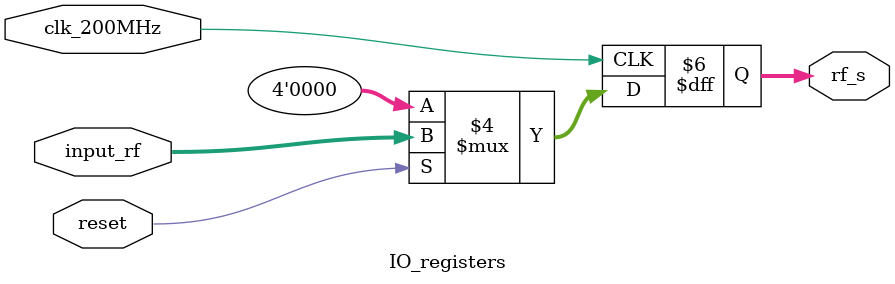
<source format=v>
module IO_registers
(input 	[3:0]		 input_rf,
input					 clk_200MHz,
input 				 reset,
output reg[3:0]	 rf_s
);

always @(posedge clk_200MHz)
begin
if (reset == 0)
begin
rf_s <= 0;
end

else rf_s <= input_rf;

end
endmodule

</source>
